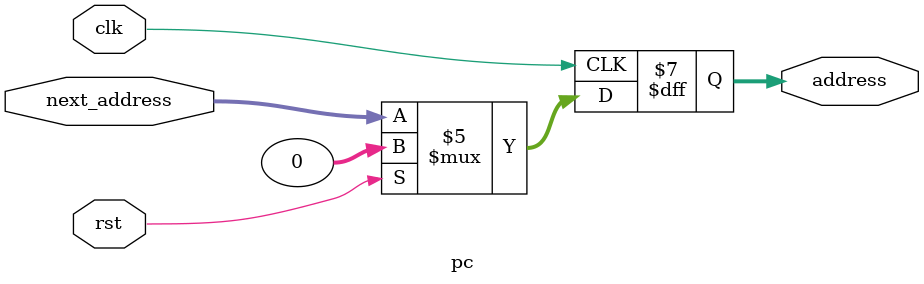
<source format=v>
`timescale 1ns / 1ps


module pc(
    input [31:0] next_address,
    input clk,
    input rst,
    output reg [31:0] address=32'h0
    );
    always @(posedge clk)
    begin
        if(!rst)
            address<=next_address;
        else
            address<=0;
    end
endmodule

</source>
